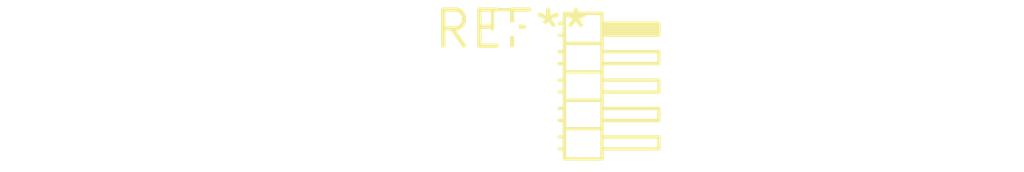
<source format=kicad_pcb>
(kicad_pcb (version 20240108) (generator pcbnew)
  (layers (0 "F.Cu" signal) (31 "B.Cu" signal) (34 "B.Paste" user) (35 "F.Paste" user) (36 "B.SilkS" user "B.Silkscreen") (37 "F.SilkS" user "F.Silkscreen") (38 "B.Mask" user) (39 "F.Mask" user) (44 "Edge.Cuts" user))
  (net 0 "")
  (footprint "PinHeader_2x05_P1.00mm_Horizontal" (layer "F.Cu") (at 0 0)
    (property "Reference" "REF**")
    (property "Value" "PinHeader_2x05_P1.00mm_Horizontal")
    (fp_line (start -0.685 -0.685) (end 0 -0.685) (layer "F.SilkS") (stroke (width 0.12)))
    (fp_line (start -0.685 0) (end -0.685 -0.685) (layer "F.SilkS") (stroke (width 0.12)))
    (fp_line (start 1.652016 -0.21) (end 1.84 -0.21) (layer "F.SilkS") (stroke (width 0.12)))
    (fp_line (start 1.652016 0.21) (end 1.84 0.21) (layer "F.SilkS") (stroke (width 0.12)))
    (fp_line (start 1.652016 0.79) (end 1.84 0.79) (layer "F.SilkS") (stroke (width 0.12)))
    (fp_line (start 1.652016 1.21) (end 1.84 1.21) (layer "F.SilkS") (stroke (width 0.12)))
    (fp_line (start 1.652016 1.79) (end 1.84 1.79) (layer "F.SilkS") (stroke (width 0.12)))
    (fp_line (start 1.652016 2.21) (end 1.84 2.21) (layer "F.SilkS") (stroke (width 0.12)))
    (fp_line (start 1.652016 2.79) (end 1.84 2.79) (layer "F.SilkS") (stroke (width 0.12)))
    (fp_line (start 1.652016 3.21) (end 1.84 3.21) (layer "F.SilkS") (stroke (width 0.12)))
    (fp_line (start 1.652016 3.79) (end 1.84 3.79) (layer "F.SilkS") (stroke (width 0.12)))
    (fp_line (start 1.652016 4.21) (end 1.84 4.21) (layer "F.SilkS") (stroke (width 0.12)))
    (fp_line (start 1.84 -0.56) (end 1.84 4.56) (layer "F.SilkS") (stroke (width 0.12)))
    (fp_line (start 1.84 0.5) (end 3.16 0.5) (layer "F.SilkS") (stroke (width 0.12)))
    (fp_line (start 1.84 1.5) (end 3.16 1.5) (layer "F.SilkS") (stroke (width 0.12)))
    (fp_line (start 1.84 2.5) (end 3.16 2.5) (layer "F.SilkS") (stroke (width 0.12)))
    (fp_line (start 1.84 3.5) (end 3.16 3.5) (layer "F.SilkS") (stroke (width 0.12)))
    (fp_line (start 1.84 4.56) (end 3.16 4.56) (layer "F.SilkS") (stroke (width 0.12)))
    (fp_line (start 3.16 -0.56) (end 1.84 -0.56) (layer "F.SilkS") (stroke (width 0.12)))
    (fp_line (start 3.16 -0.21) (end 5.16 -0.21) (layer "F.SilkS") (stroke (width 0.12)))
    (fp_line (start 3.16 -0.15) (end 5.16 -0.15) (layer "F.SilkS") (stroke (width 0.12)))
    (fp_line (start 3.16 -0.03) (end 5.16 -0.03) (layer "F.SilkS") (stroke (width 0.12)))
    (fp_line (start 3.16 0.09) (end 5.16 0.09) (layer "F.SilkS") (stroke (width 0.12)))
    (fp_line (start 3.16 0.79) (end 5.16 0.79) (layer "F.SilkS") (stroke (width 0.12)))
    (fp_line (start 3.16 1.79) (end 5.16 1.79) (layer "F.SilkS") (stroke (width 0.12)))
    (fp_line (start 3.16 2.79) (end 5.16 2.79) (layer "F.SilkS") (stroke (width 0.12)))
    (fp_line (start 3.16 3.79) (end 5.16 3.79) (layer "F.SilkS") (stroke (width 0.12)))
    (fp_line (start 3.16 4.56) (end 3.16 -0.56) (layer "F.SilkS") (stroke (width 0.12)))
    (fp_line (start 5.16 -0.21) (end 5.16 0.21) (layer "F.SilkS") (stroke (width 0.12)))
    (fp_line (start 5.16 0.21) (end 3.16 0.21) (layer "F.SilkS") (stroke (width 0.12)))
    (fp_line (start 5.16 0.79) (end 5.16 1.21) (layer "F.SilkS") (stroke (width 0.12)))
    (fp_line (start 5.16 1.21) (end 3.16 1.21) (layer "F.SilkS") (stroke (width 0.12)))
    (fp_line (start 5.16 1.79) (end 5.16 2.21) (layer "F.SilkS") (stroke (width 0.12)))
    (fp_line (start 5.16 2.21) (end 3.16 2.21) (layer "F.SilkS") (stroke (width 0.12)))
    (fp_line (start 5.16 2.79) (end 5.16 3.21) (layer "F.SilkS") (stroke (width 0.12)))
    (fp_line (start 5.16 3.21) (end 3.16 3.21) (layer "F.SilkS") (stroke (width 0.12)))
    (fp_line (start 5.16 3.79) (end 5.16 4.21) (layer "F.SilkS") (stroke (width 0.12)))
    (fp_line (start 5.16 4.21) (end 3.16 4.21) (layer "F.SilkS") (stroke (width 0.12)))
    (pad "1" thru_hole rect (at 0 0) (size 0.85 0.85) (drill 0.5) (layers *.Cu *.Mask) (remove_unused_layers))
    (pad "2" thru_hole oval (at 1 0) (size 0.85 0.85) (drill 0.5) (layers *.Cu *.Mask) (remove_unused_layers))
    (pad "3" thru_hole oval (at 0 1) (size 0.85 0.85) (drill 0.5) (layers *.Cu *.Mask) (remove_unused_layers))
    (pad "4" thru_hole oval (at 1 1) (size 0.85 0.85) (drill 0.5) (layers *.Cu *.Mask) (remove_unused_layers))
    (pad "5" thru_hole oval (at 0 2) (size 0.85 0.85) (drill 0.5) (layers *.Cu *.Mask) (remove_unused_layers))
    (pad "6" thru_hole oval (at 1 2) (size 0.85 0.85) (drill 0.5) (layers *.Cu *.Mask) (remove_unused_layers))
    (pad "7" thru_hole oval (at 0 3) (size 0.85 0.85) (drill 0.5) (layers *.Cu *.Mask) (remove_unused_layers))
    (pad "8" thru_hole oval (at 1 3) (size 0.85 0.85) (drill 0.5) (layers *.Cu *.Mask) (remove_unused_layers))
    (pad "9" thru_hole oval (at 0 4) (size 0.85 0.85) (drill 0.5) (layers *.Cu *.Mask) (remove_unused_layers))
    (pad "10" thru_hole oval (at 1 4) (size 0.85 0.85) (drill 0.5) (layers *.Cu *.Mask) (remove_unused_layers))
  )
)
</source>
